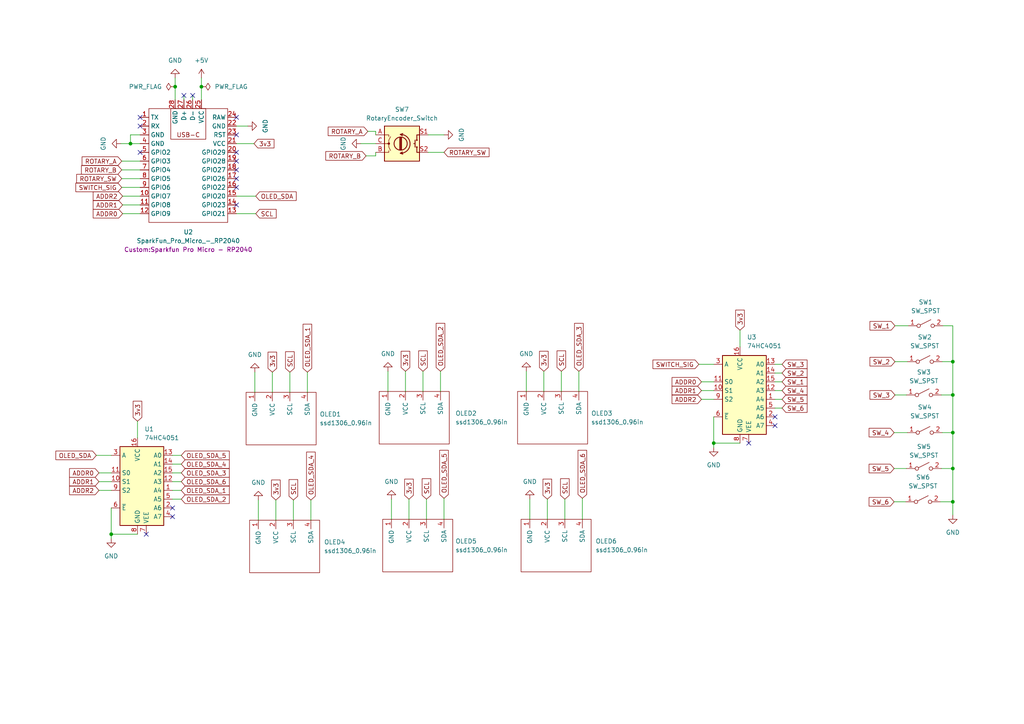
<source format=kicad_sch>
(kicad_sch (version 20211123) (generator eeschema)
  (paper "A4")
  (lib_symbols
    (symbol "74xx:74HC4051"
      (property "Reference" "U" (at -5.08 11.43 0))
      (property "Value" "74HC4051" (at -7.62 -13.97 0))
      (symbol "74HC4051_0_1"
        (rectangle (start -5.08 10.16) (end 7.62 -12.7) (stroke (width 0.254)) (fill (type background)))
      )
      (symbol "74HC4051_1_1"
        (pin passive line (at 10.16 -2.54 180) (length 2.54) (name "A4") (number "1"))
        (pin input line (at -7.62 0 0) (length 2.54) (name "S1") (number "10"))
        (pin input line (at -7.62 2.54 0) (length 2.54) (name "S0") (number "11"))
        (pin passive line (at 10.16 0 180) (length 2.54) (name "A3") (number "12"))
        (pin passive line (at 10.16 7.62 180) (length 2.54) (name "A0") (number "13"))
        (pin passive line (at 10.16 5.08 180) (length 2.54) (name "A1") (number "14"))
        (pin passive line (at 10.16 2.54 180) (length 2.54) (name "A2") (number "15"))
        (pin power_in line (at 0 12.7 270) (length 2.54) (name "VCC") (number "16"))
        (pin passive line (at 10.16 -7.62 180) (length 2.54) (name "A6") (number "2"))
        (pin passive line (at -7.62 7.62 0) (length 2.54) (name "A") (number "3"))
        (pin passive line (at 10.16 -10.16 180) (length 2.54) (name "A7") (number "4"))
        (pin passive line (at 10.16 -5.08 180) (length 2.54) (name "A5") (number "5"))
        (pin input line (at -7.62 -7.62 0) (length 2.54) (name "~{E}") (number "6"))
        (pin power_in line (at 2.54 -15.24 90) (length 2.54) (name "VEE") (number "7"))
        (pin power_in line (at 0 -15.24 90) (length 2.54) (name "GND") (number "8"))
        (pin input line (at -7.62 -2.54 0) (length 2.54) (name "S2") (number "9"))
      )
    )
    (symbol "Custom Library:SparkFun_Pro_Micro_-_RP2040"
      (property "Reference" "U" (at 0 26.67 0))
      (property "Value" "SparkFun_Pro_Micro_-_RP2040" (at 0 29.21 0))
      (property "Footprint" "Custom:Sparkfun Pro Micro - RP2040" (at 0 26.67 0))
      (symbol "SparkFun_Pro_Micro_-_RP2040_0_0"
        (text "USB-C" (at 0 8.89 0) (effects (font (size 1.27 1.27))))
      )
      (symbol "SparkFun_Pro_Micro_-_RP2040_0_1"
        (rectangle (start -11.43 16.51) (end 11.43 -16.51))
        (rectangle (start -5.08 16.51) (end 5.08 7.62))
      )
      (symbol "SparkFun_Pro_Micro_-_RP2040_1_1"
        (pin bidirectional line (at -13.97 13.97 0) (length 2.54) (name "TX") (number "1"))
        (pin bidirectional line (at -13.97 -8.89 0) (length 2.54) (name "GPIO7") (number "10"))
        (pin bidirectional line (at -13.97 -11.43 0) (length 2.54) (name "GPIO8") (number "11"))
        (pin bidirectional line (at -13.97 -13.97 0) (length 2.54) (name "GPIO9") (number "12"))
        (pin bidirectional line (at 13.97 -13.97 180) (length 2.54) (name "GPIO21") (number "13"))
        (pin bidirectional line (at 13.97 -11.43 180) (length 2.54) (name "GPIO23") (number "14"))
        (pin bidirectional line (at 13.97 -8.89 180) (length 2.54) (name "GPIO20") (number "15"))
        (pin bidirectional line (at 13.97 -6.35 180) (length 2.54) (name "GPIO22") (number "16"))
        (pin bidirectional line (at 13.97 -3.81 180) (length 2.54) (name "GPIO26") (number "17"))
        (pin bidirectional line (at 13.97 -1.27 180) (length 2.54) (name "GPIO27") (number "18"))
        (pin bidirectional line (at 13.97 1.27 180) (length 2.54) (name "GPIO28") (number "19"))
        (pin bidirectional line (at -13.97 11.43 0) (length 2.54) (name "RX") (number "2"))
        (pin bidirectional line (at 13.97 3.81 180) (length 2.54) (name "GPIO29") (number "20"))
        (pin power_out line (at 13.97 6.35 180) (length 2.54) (name "VCC") (number "21"))
        (pin power_in line (at 13.97 11.43 180) (length 2.54) (name "GND") (number "22"))
        (pin input line (at 13.97 8.89 180) (length 2.54) (name "RST") (number "23"))
        (pin power_out line (at 13.97 13.97 180) (length 2.54) (name "RAW") (number "24"))
        (pin power_in line (at 3.81 19.05 270) (length 2.54) (name "VCC") (number "25"))
        (pin input line (at 1.27 19.05 270) (length 2.54) (name "D-") (number "26"))
        (pin input line (at -1.27 19.05 270) (length 2.54) (name "D+") (number "27"))
        (pin power_in line (at -3.81 19.05 270) (length 2.54) (name "GND") (number "28"))
        (pin power_in line (at -13.97 8.89 0) (length 2.54) (name "GND") (number "3"))
        (pin power_in line (at -13.97 6.35 0) (length 2.54) (name "GND") (number "4"))
        (pin bidirectional line (at -13.97 3.81 0) (length 2.54) (name "GPIO2") (number "5"))
        (pin bidirectional line (at -13.97 1.27 0) (length 2.54) (name "GPIO3") (number "6"))
        (pin bidirectional line (at -13.97 -1.27 0) (length 2.54) (name "GPIO4") (number "7"))
        (pin bidirectional line (at -13.97 -3.81 0) (length 2.54) (name "GPIO5") (number "8"))
        (pin bidirectional line (at -13.97 -6.35 0) (length 2.54) (name "GPIO6") (number "9"))
      )
    )
    (symbol "Custom Library:ssd1306_0.96in"
      (property "Reference" "U" (at 10.16 -10.16 0))
      (property "Value" "ssd1306_0.96in" (at 10.16 -13.97 0))
      (symbol "ssd1306_0.96in_0_1"
        (rectangle (start 0 0) (end 20.32 -15.24))
      )
      (symbol "ssd1306_0.96in_1_1"
        (pin input line (at 2.54 0 270) (length 2.54) (name "GND") (number "1"))
        (pin input line (at 7.62 0 270) (length 2.54) (name "VCC") (number "2"))
        (pin input line (at 12.7 0 270) (length 2.54) (name "SCL") (number "3"))
        (pin input line (at 17.78 0 270) (length 2.54) (name "SDA") (number "4"))
      )
    )
    (symbol "Device:RotaryEncoder_Switch" (pin_names (offset 0.254) hide)
      (property "Reference" "SW" (at 0 6.604 0))
      (property "Value" "RotaryEncoder_Switch" (at 0 -6.604 0))
      (symbol "RotaryEncoder_Switch_0_1"
        (rectangle (start -5.08 5.08) (end 5.08 -5.08) (stroke (width 0.254)) (fill (type background)))
        (circle (center -3.81 0) (radius 0.254) (fill (type outline)))
        (arc (start -0.381 -2.794) (mid 2.3622 -0.0508) (end -0.381 2.667) (stroke (width 0.254)))
        (circle (center -0.381 0) (radius 1.905) (stroke (width 0.254)))
        (polyline (pts (xy -0.635 -1.778) (xy -0.635 1.778)) (stroke (width 0.254)))
        (polyline (pts (xy -0.381 -1.778) (xy -0.381 1.778)) (stroke (width 0.254)))
        (polyline (pts (xy -0.127 1.778) (xy -0.127 -1.778)) (stroke (width 0.254)))
        (polyline (pts (xy 3.81 0) (xy 3.429 0)) (stroke (width 0.254)))
        (polyline (pts (xy 3.81 1.016) (xy 3.81 -1.016)) (stroke (width 0.254)))
        (polyline (pts (xy -5.08 -2.54) (xy -3.81 -2.54) (xy -3.81 -2.032)))
        (polyline (pts (xy -5.08 2.54) (xy -3.81 2.54) (xy -3.81 2.032)))
        (polyline (pts (xy 0.254 -3.048) (xy -0.508 -2.794) (xy 0.127 -2.413)) (stroke (width 0.254)))
        (polyline (pts (xy 0.254 2.921) (xy -0.508 2.667) (xy 0.127 2.286)) (stroke (width 0.254)))
        (polyline (pts (xy 5.08 -2.54) (xy 4.318 -2.54) (xy 4.318 -1.016)) (stroke (width 0.254)))
        (polyline (pts (xy 5.08 2.54) (xy 4.318 2.54) (xy 4.318 1.016)) (stroke (width 0.254)))
        (polyline (pts (xy -5.08 0) (xy -3.81 0) (xy -3.81 -1.016) (xy -3.302 -2.032)))
        (polyline (pts (xy -4.318 0) (xy -3.81 0) (xy -3.81 1.016) (xy -3.302 2.032)))
        (circle (center 4.318 -1.016) (radius 0.127) (stroke (width 0.254)))
        (circle (center 4.318 1.016) (radius 0.127) (stroke (width 0.254)))
      )
      (symbol "RotaryEncoder_Switch_1_1"
        (pin passive line (at -7.62 2.54 0) (length 2.54) (name "A") (number "A"))
        (pin passive line (at -7.62 -2.54 0) (length 2.54) (name "B") (number "B"))
        (pin passive line (at -7.62 0 0) (length 2.54) (name "C") (number "C"))
        (pin passive line (at 7.62 2.54 180) (length 2.54) (name "S1") (number "S1"))
        (pin passive line (at 7.62 -2.54 180) (length 2.54) (name "S2") (number "S2"))
      )
    )
    (symbol "Switch:SW_SPST" (pin_names (offset 0) hide)
      (property "Reference" "SW" (at 0 3.175 0))
      (property "Value" "SW_SPST" (at 0 -2.54 0))
      (symbol "SW_SPST_0_0"
        (circle (center -2.032 0) (radius 0.508))
        (polyline (pts (xy -1.524 0.254) (xy 1.524 1.778)))
        (circle (center 2.032 0) (radius 0.508))
      )
      (symbol "SW_SPST_1_1"
        (pin passive line (at -5.08 0 0) (length 2.54) (name "A") (number "1"))
        (pin passive line (at 5.08 0 180) (length 2.54) (name "B") (number "2"))
      )
    )
    (symbol "power:+5V" (power) (pin_names (offset 0))
      (property "Value" "+5V" (at 0 3.556 0))
      (symbol "+5V_0_1"
        (polyline (pts (xy -0.762 1.27) (xy 0 2.54)))
        (polyline (pts (xy 0 0) (xy 0 2.54)))
        (polyline (pts (xy 0 2.54) (xy 0.762 1.27)))
      )
      (symbol "+5V_1_1"
        (pin power_in line (at 0 0 90) (length 0) hide (name "+5V") (number "1"))
      )
    )
    (symbol "power:GND" (power) (pin_names (offset 0))
      (property "Value" "GND" (at 0 -3.81 0))
      (symbol "GND_0_1"
        (polyline (pts (xy 0 0) (xy 0 -1.27) (xy 1.27 -1.27) (xy 0 -2.54) (xy -1.27 -1.27) (xy 0 -1.27)))
      )
      (symbol "GND_1_1"
        (pin power_in line (at 0 0 270) (length 0) hide (name "GND") (number "1"))
      )
    )
    (symbol "power:PWR_FLAG" (power) (pin_numbers hide) (pin_names (offset 0) hide)
      (property "Value" "PWR_FLAG" (at 0 3.81 0))
      (symbol "PWR_FLAG_0_0"
        (pin power_out line (at 0 0 90) (length 0) (name "pwr") (number "1"))
      )
      (symbol "PWR_FLAG_0_1"
        (polyline (pts (xy 0 0) (xy 0 1.27) (xy -1.016 1.905) (xy 0 2.54) (xy 1.016 1.905) (xy 0 1.27)))
      )
    )
  )
  (junction (at 276.352 125.476))
  (junction (at 276.352 145.542))
  (junction (at 32.258 154.94))
  (junction (at 276.352 135.89))
  (junction (at 207.01 128.524))
  (junction (at 50.8 25.146))
  (junction (at 37.846 41.656))
  (junction (at 58.42 25.146))
  (junction (at 276.352 114.554))
  (junction (at 276.352 104.902))
  (no_connect (at 68.58 59.436))
  (no_connect (at 68.58 54.356))
  (no_connect (at 50.038 147.32))
  (no_connect (at 40.64 34.036))
  (no_connect (at 40.64 36.576))
  (no_connect (at 68.58 44.196))
  (no_connect (at 224.79 123.444))
  (no_connect (at 68.58 46.736))
  (no_connect (at 217.17 128.524))
  (no_connect (at 50.038 149.86))
  (no_connect (at 68.58 39.116))
  (no_connect (at 224.79 120.904))
  (no_connect (at 40.64 44.196))
  (no_connect (at 55.88 27.686))
  (no_connect (at 68.58 34.036))
  (no_connect (at 53.34 27.686))
  (no_connect (at 68.58 49.276))
  (no_connect (at 68.58 51.816))
  (no_connect (at 42.418 154.94))
  (wire (pts (xy 37.846 39.116) (xy 37.846 41.656)))
  (wire (pts (xy 123.698 144.78) (xy 123.698 150.622)))
  (wire (pts (xy 35.306 51.816) (xy 40.64 51.816)))
  (wire (pts (xy 68.58 61.976) (xy 74.168 61.976)))
  (wire (pts (xy 50.038 132.08) (xy 52.578 132.08)))
  (wire (pts (xy 50.8 25.146) (xy 50.8 28.956)))
  (wire (pts (xy 224.79 105.664) (xy 226.822 105.664)))
  (wire (pts (xy 224.79 115.824) (xy 226.822 115.824)))
  (wire (pts (xy 276.352 135.89) (xy 276.352 145.542)))
  (wire (pts (xy 259.588 94.488) (xy 263.398 94.488)))
  (wire (pts (xy 224.79 118.364) (xy 226.822 118.364)))
  (wire (pts (xy 122.682 107.696) (xy 122.682 113.538)))
  (wire (pts (xy 28.702 142.24) (xy 32.258 142.24)))
  (wire (pts (xy 108.966 39.116) (xy 108.966 38.1)))
  (wire (pts (xy 207.01 128.524) (xy 207.01 129.794)))
  (wire (pts (xy 163.83 144.78) (xy 163.83 150.622)))
  (wire (pts (xy 89.154 107.95) (xy 89.154 113.792)))
  (wire (pts (xy 74.93 145.034) (xy 74.93 150.876)))
  (wire (pts (xy 35.56 59.436) (xy 40.64 59.436)))
  (wire (pts (xy 152.654 107.696) (xy 152.654 113.538)))
  (wire (pts (xy 73.914 107.95) (xy 73.914 113.792)))
  (wire (pts (xy 35.306 46.736) (xy 40.64 46.736)))
  (wire (pts (xy 259.334 125.476) (xy 263.144 125.476)))
  (wire (pts (xy 50.8 22.606) (xy 50.8 25.146)))
  (wire (pts (xy 224.79 110.744) (xy 226.822 110.744)))
  (wire (pts (xy 58.42 25.146) (xy 58.42 28.956)))
  (wire (pts (xy 259.588 104.902) (xy 263.144 104.902)))
  (wire (pts (xy 108.966 38.1) (xy 106.68 38.1)))
  (wire (pts (xy 158.75 144.78) (xy 158.75 150.622)))
  (wire (pts (xy 39.878 154.94) (xy 32.258 154.94)))
  (wire (pts (xy 224.79 108.204) (xy 226.822 108.204)))
  (wire (pts (xy 273.304 125.476) (xy 276.352 125.476)))
  (wire (pts (xy 259.588 114.554) (xy 262.89 114.554)))
  (wire (pts (xy 32.258 154.94) (xy 32.258 156.21)))
  (wire (pts (xy 202.692 105.664) (xy 207.01 105.664)))
  (wire (pts (xy 203.454 110.744) (xy 207.01 110.744)))
  (wire (pts (xy 203.454 115.824) (xy 207.01 115.824)))
  (wire (pts (xy 276.352 104.902) (xy 276.352 114.554)))
  (wire (pts (xy 50.038 137.16) (xy 52.578 137.16)))
  (wire (pts (xy 118.618 144.78) (xy 118.618 150.622)))
  (wire (pts (xy 259.334 135.89) (xy 262.89 135.89)))
  (wire (pts (xy 276.352 94.488) (xy 276.352 104.902)))
  (wire (pts (xy 35.56 56.896) (xy 40.64 56.896)))
  (wire (pts (xy 167.894 107.696) (xy 167.894 113.538)))
  (wire (pts (xy 113.538 144.78) (xy 113.538 150.622)))
  (wire (pts (xy 106.172 45.212) (xy 108.966 45.212)))
  (wire (pts (xy 90.17 145.034) (xy 90.17 150.876)))
  (wire (pts (xy 273.558 94.488) (xy 276.352 94.488)))
  (wire (pts (xy 28.702 139.7) (xy 32.258 139.7)))
  (wire (pts (xy 276.352 114.554) (xy 276.352 125.476)))
  (wire (pts (xy 273.05 114.554) (xy 276.352 114.554)))
  (wire (pts (xy 85.09 145.034) (xy 85.09 150.876)))
  (wire (pts (xy 50.038 134.62) (xy 52.578 134.62)))
  (wire (pts (xy 112.522 107.696) (xy 112.522 113.538)))
  (wire (pts (xy 68.58 41.656) (xy 73.66 41.656)))
  (wire (pts (xy 40.64 39.116) (xy 37.846 39.116)))
  (wire (pts (xy 214.63 128.524) (xy 207.01 128.524)))
  (wire (pts (xy 50.038 139.7) (xy 52.578 139.7)))
  (wire (pts (xy 153.67 144.78) (xy 153.67 150.622)))
  (wire (pts (xy 203.454 113.284) (xy 207.01 113.284)))
  (wire (pts (xy 35.56 61.976) (xy 40.64 61.976)))
  (wire (pts (xy 272.796 145.542) (xy 276.352 145.542)))
  (wire (pts (xy 214.63 95.758) (xy 214.63 100.584)))
  (wire (pts (xy 55.88 27.686) (xy 55.88 28.956)))
  (wire (pts (xy 108.966 45.212) (xy 108.966 44.196)))
  (wire (pts (xy 273.05 135.89) (xy 276.352 135.89)))
  (wire (pts (xy 53.34 27.686) (xy 53.34 28.956)))
  (wire (pts (xy 50.038 144.78) (xy 52.578 144.78)))
  (wire (pts (xy 50.038 142.24) (xy 52.578 142.24)))
  (wire (pts (xy 27.94 132.08) (xy 32.258 132.08)))
  (wire (pts (xy 39.878 122.174) (xy 39.878 127)))
  (wire (pts (xy 84.074 107.95) (xy 84.074 113.792)))
  (wire (pts (xy 78.994 107.95) (xy 78.994 113.792)))
  (wire (pts (xy 157.734 107.696) (xy 157.734 113.538)))
  (wire (pts (xy 28.702 137.16) (xy 32.258 137.16)))
  (wire (pts (xy 68.58 36.576) (xy 71.882 36.576)))
  (wire (pts (xy 32.258 147.32) (xy 32.258 154.94)))
  (wire (pts (xy 276.352 125.476) (xy 276.352 135.89)))
  (wire (pts (xy 276.352 145.542) (xy 276.352 149.352)))
  (wire (pts (xy 224.79 113.284) (xy 226.822 113.284)))
  (wire (pts (xy 273.304 104.902) (xy 276.352 104.902)))
  (wire (pts (xy 124.206 44.196) (xy 128.778 44.196)))
  (wire (pts (xy 127.762 107.696) (xy 127.762 113.538)))
  (wire (pts (xy 124.206 39.116) (xy 128.778 39.116)))
  (wire (pts (xy 58.42 22.606) (xy 58.42 25.146)))
  (wire (pts (xy 35.306 49.276) (xy 40.64 49.276)))
  (wire (pts (xy 117.602 107.696) (xy 117.602 113.538)))
  (wire (pts (xy 128.778 144.526) (xy 128.778 150.622)))
  (wire (pts (xy 207.01 120.904) (xy 207.01 128.524)))
  (wire (pts (xy 35.306 54.356) (xy 40.64 54.356)))
  (wire (pts (xy 162.814 107.696) (xy 162.814 113.538)))
  (wire (pts (xy 37.846 41.656) (xy 40.64 41.656)))
  (wire (pts (xy 259.334 145.542) (xy 262.636 145.542)))
  (wire (pts (xy 68.58 56.896) (xy 74.168 56.896)))
  (wire (pts (xy 168.91 144.526) (xy 168.91 150.622)))
  (wire (pts (xy 104.648 41.656) (xy 108.966 41.656)))
  (wire (pts (xy 80.01 145.034) (xy 80.01 150.876)))
  (wire (pts (xy 35.052 41.656) (xy 37.846 41.656)))
  (global_label "SW_4" (shape input) (at 259.334 125.476 180) (property "Intersheet References" "${INTERSHEET_REFS}" (effects hide)))
  (global_label "OLED_SDA" (shape input) (at 27.94 132.08 180) (property "Intersheet References" "${INTERSHEET_REFS}" (effects hide)))
  (global_label "ROTARY_B" (shape input) (at 35.306 49.276 180) (property "Intersheet References" "${INTERSHEET_REFS}" (effects hide)))
  (global_label "ROTARY_A" (shape input) (at 106.68 38.1 180) (property "Intersheet References" "${INTERSHEET_REFS}" (effects hide)))
  (global_label "ADDR1" (shape input) (at 35.56 59.436 180) (property "Intersheet References" "${INTERSHEET_REFS}" (effects hide)))
  (global_label "3v3" (shape input) (at 158.75 144.78 90) (property "Intersheet References" "${INTERSHEET_REFS}" (effects hide)))
  (global_label "SCL" (shape input) (at 122.682 107.696 90) (property "Intersheet References" "${INTERSHEET_REFS}" (effects hide)))
  (global_label "OLED_SDA_5" (shape input) (at 128.778 144.526 90) (property "Intersheet References" "${INTERSHEET_REFS}" (effects hide)))
  (global_label "ADDR1" (shape input) (at 28.702 139.7 180) (property "Intersheet References" "${INTERSHEET_REFS}" (effects hide)))
  (global_label "ROTARY_A" (shape input) (at 35.306 46.736 180) (property "Intersheet References" "${INTERSHEET_REFS}" (effects hide)))
  (global_label "ROTARY_B" (shape input) (at 106.172 45.212 180) (property "Intersheet References" "${INTERSHEET_REFS}" (effects hide)))
  (global_label "OLED_SDA_4" (shape input) (at 52.578 134.62 0) (property "Intersheet References" "${INTERSHEET_REFS}" (effects hide)))
  (global_label "3v3" (shape input) (at 39.878 122.174 90) (property "Intersheet References" "${INTERSHEET_REFS}" (effects hide)))
  (global_label "SW_6" (shape input) (at 259.334 145.542 180) (property "Intersheet References" "${INTERSHEET_REFS}" (effects hide)))
  (global_label "SW_3" (shape input) (at 259.588 114.554 180) (property "Intersheet References" "${INTERSHEET_REFS}" (effects hide)))
  (global_label "OLED_SDA_5" (shape input) (at 52.578 132.08 0) (property "Intersheet References" "${INTERSHEET_REFS}" (effects hide)))
  (global_label "SWITCH_SIG" (shape input) (at 35.306 54.356 180) (property "Intersheet References" "${INTERSHEET_REFS}" (effects hide)))
  (global_label "SCL" (shape input) (at 85.09 145.034 90) (property "Intersheet References" "${INTERSHEET_REFS}" (effects hide)))
  (global_label "OLED_SDA_1" (shape input) (at 89.154 107.95 90) (property "Intersheet References" "${INTERSHEET_REFS}" (effects hide)))
  (global_label "SW_1" (shape input) (at 259.588 94.488 180) (property "Intersheet References" "${INTERSHEET_REFS}" (effects hide)))
  (global_label "SCL" (shape input) (at 123.698 144.78 90) (property "Intersheet References" "${INTERSHEET_REFS}" (effects hide)))
  (global_label "SCL" (shape input) (at 163.83 144.78 90) (property "Intersheet References" "${INTERSHEET_REFS}" (effects hide)))
  (global_label "OLED_SDA_1" (shape input) (at 52.578 142.24 0) (property "Intersheet References" "${INTERSHEET_REFS}" (effects hide)))
  (global_label "ADDR2" (shape input) (at 203.454 115.824 180) (property "Intersheet References" "${INTERSHEET_REFS}" (effects hide)))
  (global_label "SW_3" (shape input) (at 226.822 105.664 0) (property "Intersheet References" "${INTERSHEET_REFS}" (effects hide)))
  (global_label "SW_4" (shape input) (at 226.822 113.284 0) (property "Intersheet References" "${INTERSHEET_REFS}" (effects hide)))
  (global_label "OLED_SDA_6" (shape input) (at 52.578 139.7 0) (property "Intersheet References" "${INTERSHEET_REFS}" (effects hide)))
  (global_label "SW_2" (shape input) (at 259.588 104.902 180) (property "Intersheet References" "${INTERSHEET_REFS}" (effects hide)))
  (global_label "ADDR0" (shape input) (at 35.56 61.976 180) (property "Intersheet References" "${INTERSHEET_REFS}" (effects hide)))
  (global_label "ROTARY_SW" (shape input) (at 128.778 44.196 0) (property "Intersheet References" "${INTERSHEET_REFS}" (effects hide)))
  (global_label "OLED_SDA_3" (shape input) (at 52.578 137.16 0) (property "Intersheet References" "${INTERSHEET_REFS}" (effects hide)))
  (global_label "3v3" (shape input) (at 157.734 107.696 90) (property "Intersheet References" "${INTERSHEET_REFS}" (effects hide)))
  (global_label "SCL" (shape input) (at 162.814 107.696 90) (property "Intersheet References" "${INTERSHEET_REFS}" (effects hide)))
  (global_label "ADDR0" (shape input) (at 28.702 137.16 180) (property "Intersheet References" "${INTERSHEET_REFS}" (effects hide)))
  (global_label "SW_1" (shape input) (at 226.822 110.744 0) (property "Intersheet References" "${INTERSHEET_REFS}" (effects hide)))
  (global_label "SW_5" (shape input) (at 259.334 135.89 180) (property "Intersheet References" "${INTERSHEET_REFS}" (effects hide)))
  (global_label "3v3" (shape input) (at 78.994 107.95 90) (property "Intersheet References" "${INTERSHEET_REFS}" (effects hide)))
  (global_label "ROTARY_SW" (shape input) (at 35.306 51.816 180) (property "Intersheet References" "${INTERSHEET_REFS}" (effects hide)))
  (global_label "OLED_SDA_3" (shape input) (at 167.894 107.696 90) (property "Intersheet References" "${INTERSHEET_REFS}" (effects hide)))
  (global_label "OLED_SDA_6" (shape input) (at 168.91 144.526 90) (property "Intersheet References" "${INTERSHEET_REFS}" (effects hide)))
  (global_label "ADDR2" (shape input) (at 35.56 56.896 180) (property "Intersheet References" "${INTERSHEET_REFS}" (effects hide)))
  (global_label "SW_6" (shape input) (at 226.822 118.364 0) (property "Intersheet References" "${INTERSHEET_REFS}" (effects hide)))
  (global_label "3v3" (shape input) (at 73.66 41.656 0) (property "Intersheet References" "${INTERSHEET_REFS}" (effects hide)))
  (global_label "ADDR0" (shape input) (at 203.454 110.744 180) (property "Intersheet References" "${INTERSHEET_REFS}" (effects hide)))
  (global_label "3v3" (shape input) (at 117.602 107.696 90) (property "Intersheet References" "${INTERSHEET_REFS}" (effects hide)))
  (global_label "3v3" (shape input) (at 80.01 145.034 90) (property "Intersheet References" "${INTERSHEET_REFS}" (effects hide)))
  (global_label "OLED_SDA_2" (shape input) (at 52.578 144.78 0) (property "Intersheet References" "${INTERSHEET_REFS}" (effects hide)))
  (global_label "SW_2" (shape input) (at 226.822 108.204 0) (property "Intersheet References" "${INTERSHEET_REFS}" (effects hide)))
  (global_label "ADDR1" (shape input) (at 203.454 113.284 180) (property "Intersheet References" "${INTERSHEET_REFS}" (effects hide)))
  (global_label "SCL" (shape input) (at 74.168 61.976 0) (property "Intersheet References" "${INTERSHEET_REFS}" (effects hide)))
  (global_label "OLED_SDA_4" (shape input) (at 90.17 145.034 90) (property "Intersheet References" "${INTERSHEET_REFS}" (effects hide)))
  (global_label "SCL" (shape input) (at 84.074 107.95 90) (property "Intersheet References" "${INTERSHEET_REFS}" (effects hide)))
  (global_label "SW_5" (shape input) (at 226.822 115.824 0) (property "Intersheet References" "${INTERSHEET_REFS}" (effects hide)))
  (global_label "3v3" (shape input) (at 214.63 95.758 90) (property "Intersheet References" "${INTERSHEET_REFS}" (effects hide)))
  (global_label "OLED_SDA_2" (shape input) (at 127.762 107.696 90) (property "Intersheet References" "${INTERSHEET_REFS}" (effects hide)))
  (global_label "3v3" (shape input) (at 118.618 144.78 90) (property "Intersheet References" "${INTERSHEET_REFS}" (effects hide)))
  (global_label "OLED_SDA" (shape input) (at 74.168 56.896 0) (property "Intersheet References" "${INTERSHEET_REFS}" (effects hide)))
  (global_label "SWITCH_SIG" (shape input) (at 202.692 105.664 180) (property "Intersheet References" "${INTERSHEET_REFS}" (effects hide)))
  (global_label "ADDR2" (shape input) (at 28.702 142.24 180) (property "Intersheet References" "${INTERSHEET_REFS}" (effects hide)))
  (symbol (lib_id "power:GND") (at 73.914 107.95 180) (unit 1)
    (property "Reference" "#PWR06" (effects hide))
    (property "Value" "GND" (at 73.914 102.87 0))
  )
  (symbol (lib_id "74xx:74HC4051") (at 39.878 139.7 0) (unit 1)
    (property "Reference" "U1" (at 41.8974 124.46 0) (effects (justify left)))
    (property "Value" "74HC4051" (at 41.8974 127 0) (effects (justify left)))
    (property "Footprint" "Package_DIP:DIP-16_W7.62mm" (effects hide))
    (property "Datasheet" "http://www.ti.com/lit/ds/symlink/cd74hc4051.pdf" (effects hide))
  )
  (symbol (lib_id "power:GND") (at 113.538 144.78 180) (unit 1)
    (property "Reference" "#PWR010" (effects hide))
    (property "Value" "GND" (at 113.538 139.7 0))
  )
  (symbol (lib_id "Device:RotaryEncoder_Switch") (at 116.586 41.656 0) (unit 1)
    (property "Reference" "SW7" (at 116.586 31.75 0))
    (property "Value" "RotaryEncoder_Switch" (at 116.586 34.29 0))
    (property "Footprint" "Rotary_Encoder:RotaryEncoder_Alps_EC11E-Switch_Vertical_H20mm" (effects hide))
  )
  (symbol (lib_id "power:PWR_FLAG") (at 50.8 25.146 90) (unit 1)
    (property "Reference" "#FLG01" (effects hide))
    (property "Value" "PWR_FLAG" (at 46.99 25.1459 90) (effects (justify left)))
  )
  (symbol (lib_id "74xx:74HC4051") (at 214.63 113.284 0) (unit 1)
    (property "Reference" "U3" (at 216.6494 97.79 0) (effects (justify left)))
    (property "Value" "74HC4051" (at 216.6494 100.33 0) (effects (justify left)))
    (property "Footprint" "Package_DIP:DIP-16_W7.62mm" (effects hide))
    (property "Datasheet" "http://www.ti.com/lit/ds/symlink/cd74hc4051.pdf" (effects hide))
  )
  (symbol (lib_id "power:GND") (at 32.258 156.21 0) (unit 1)
    (property "Reference" "#PWR01" (effects hide))
    (property "Value" "GND" (at 32.258 161.29 0))
  )
  (symbol (lib_id "Switch:SW_SPST") (at 268.478 94.488 0) (unit 1)
    (property "Reference" "SW1" (at 268.478 87.63 0))
    (property "Value" "SW_SPST" (at 268.478 90.17 0))
    (property "Footprint" "Button_Switch_THT:SW_PUSH_6mm_H4.3mm" (effects hide))
  )
  (symbol (lib_id "power:GND") (at 50.8 22.606 180) (unit 1)
    (property "Reference" "#PWR03" (effects hide))
    (property "Value" "GND" (at 50.8 17.526 0))
  )
  (symbol (lib_id "Custom Library:ssd1306_0.96in") (at 72.39 150.876 0) (unit 1)
    (property "Reference" "OLED4" (at 93.98 157.2259 0) (effects (justify left)))
    (property "Value" "ssd1306_0.96in" (at 93.98 159.7659 0) (effects (justify left)))
    (property "Footprint" "Custom:SSD1306_0.96in" (effects hide))
  )
  (symbol (lib_id "power:PWR_FLAG") (at 58.42 25.146 270) (unit 1)
    (property "Reference" "#FLG02" (effects hide))
    (property "Value" "PWR_FLAG" (at 62.23 25.1459 90) (effects (justify left)))
  )
  (symbol (lib_id "Switch:SW_SPST") (at 267.716 145.542 0) (unit 1)
    (property "Reference" "SW6" (at 267.716 138.43 0))
    (property "Value" "SW_SPST" (at 267.716 140.97 0))
    (property "Footprint" "Button_Switch_THT:SW_PUSH_6mm_H4.3mm" (effects hide))
  )
  (symbol (lib_id "Custom Library:SparkFun_Pro_Micro_-_RP2040") (at 54.61 48.006 0) (unit 1)
    (property "Reference" "U2" (at 54.61 67.31 0))
    (property "Value" "SparkFun_Pro_Micro_-_RP2040" (at 54.61 69.85 0))
    (property "Footprint" "Custom:Sparkfun Pro Micro - RP2040" (at 54.61 72.39 0))
  )
  (symbol (lib_id "power:GND") (at 153.67 144.78 180) (unit 1)
    (property "Reference" "#PWR013" (effects hide))
    (property "Value" "GND" (at 153.67 139.7 0))
  )
  (symbol (lib_id "power:GND") (at 152.654 107.696 180) (unit 1)
    (property "Reference" "#PWR012" (effects hide))
    (property "Value" "GND" (at 152.654 102.616 0))
  )
  (symbol (lib_id "power:GND") (at 112.522 107.696 180) (unit 1)
    (property "Reference" "#PWR09" (effects hide))
    (property "Value" "GND" (at 112.522 102.616 0))
  )
  (symbol (lib_id "power:GND") (at 71.882 36.576 90) (unit 1)
    (property "Reference" "#PWR05" (effects hide))
    (property "Value" "GND" (at 76.962 36.576 0))
  )
  (symbol (lib_id "Custom Library:ssd1306_0.96in") (at 109.982 113.538 0) (unit 1)
    (property "Reference" "OLED2" (at 132.08 119.8879 0) (effects (justify left)))
    (property "Value" "ssd1306_0.96in" (at 132.08 122.4279 0) (effects (justify left)))
    (property "Footprint" "Custom:SSD1306_0.96in" (effects hide))
  )
  (symbol (lib_id "Switch:SW_SPST") (at 267.97 135.89 0) (unit 1)
    (property "Reference" "SW5" (at 267.97 129.54 0))
    (property "Value" "SW_SPST" (at 267.97 132.08 0))
    (property "Footprint" "Button_Switch_THT:SW_PUSH_6mm_H4.3mm" (effects hide))
  )
  (symbol (lib_id "Switch:SW_SPST") (at 268.224 104.902 0) (unit 1)
    (property "Reference" "SW2" (at 268.224 97.79 0))
    (property "Value" "SW_SPST" (at 268.224 100.33 0))
    (property "Footprint" "Button_Switch_THT:SW_PUSH_6mm_H4.3mm" (effects hide))
  )
  (symbol (lib_id "Custom Library:ssd1306_0.96in") (at 110.998 150.622 0) (unit 1)
    (property "Reference" "OLED5" (at 132.08 156.9719 0) (effects (justify left)))
    (property "Value" "ssd1306_0.96in" (at 132.08 159.5119 0) (effects (justify left)))
    (property "Footprint" "Custom:SSD1306_0.96in" (effects hide))
  )
  (symbol (lib_id "power:GND") (at 104.648 41.656 270) (unit 1)
    (property "Reference" "#PWR08" (effects hide))
    (property "Value" "GND" (at 99.568 41.656 0))
  )
  (symbol (lib_id "power:GND") (at 128.778 39.116 90) (unit 1)
    (property "Reference" "#PWR011" (effects hide))
    (property "Value" "GND" (at 133.858 39.116 0))
  )
  (symbol (lib_id "Switch:SW_SPST") (at 267.97 114.554 0) (unit 1)
    (property "Reference" "SW3" (at 267.97 107.95 0))
    (property "Value" "SW_SPST" (at 267.97 110.49 0))
    (property "Footprint" "Button_Switch_THT:SW_PUSH_6mm_H4.3mm" (effects hide))
  )
  (symbol (lib_id "power:GND") (at 35.052 41.656 270) (unit 1)
    (property "Reference" "#PWR02" (effects hide))
    (property "Value" "GND" (at 29.972 41.656 0))
  )
  (symbol (lib_id "power:GND") (at 74.93 145.034 180) (unit 1)
    (property "Reference" "#PWR07" (effects hide))
    (property "Value" "GND" (at 74.93 139.954 0))
  )
  (symbol (lib_id "Custom Library:ssd1306_0.96in") (at 71.374 113.792 0) (unit 1)
    (property "Reference" "OLED1" (at 92.71 120.1419 0) (effects (justify left)))
    (property "Value" "ssd1306_0.96in" (at 92.71 122.6819 0) (effects (justify left)))
    (property "Footprint" "Custom:SSD1306_0.96in" (effects hide))
  )
  (symbol (lib_id "Custom Library:ssd1306_0.96in") (at 151.13 150.622 0) (unit 1)
    (property "Reference" "OLED6" (at 172.72 156.9719 0) (effects (justify left)))
    (property "Value" "ssd1306_0.96in" (at 172.72 159.5119 0) (effects (justify left)))
    (property "Footprint" "Custom:SSD1306_0.96in" (effects hide))
  )
  (symbol (lib_id "power:GND") (at 276.352 149.352 0) (unit 1)
    (property "Reference" "#PWR015" (effects hide))
    (property "Value" "GND" (at 276.352 154.432 0))
  )
  (symbol (lib_id "power:+5V") (at 58.42 22.606 0) (unit 1)
    (property "Reference" "#PWR04" (effects hide))
    (property "Value" "+5V" (at 58.42 17.526 0))
  )
  (symbol (lib_id "power:GND") (at 207.01 129.794 0) (unit 1)
    (property "Reference" "#PWR014" (effects hide))
    (property "Value" "GND" (at 207.01 134.874 0))
  )
  (symbol (lib_id "Switch:SW_SPST") (at 268.224 125.476 0) (unit 1)
    (property "Reference" "SW4" (at 268.224 118.11 0))
    (property "Value" "SW_SPST" (at 268.224 120.65 0))
    (property "Footprint" "Button_Switch_THT:SW_PUSH_6mm_H4.3mm" (effects hide))
  )
  (symbol (lib_id "Custom Library:ssd1306_0.96in") (at 150.114 113.538 0) (unit 1)
    (property "Reference" "OLED3" (at 171.45 119.8879 0) (effects (justify left)))
    (property "Value" "ssd1306_0.96in" (at 171.45 122.4279 0) (effects (justify left)))
    (property "Footprint" "Custom:SSD1306_0.96in" (effects hide))
  )
)
</source>
